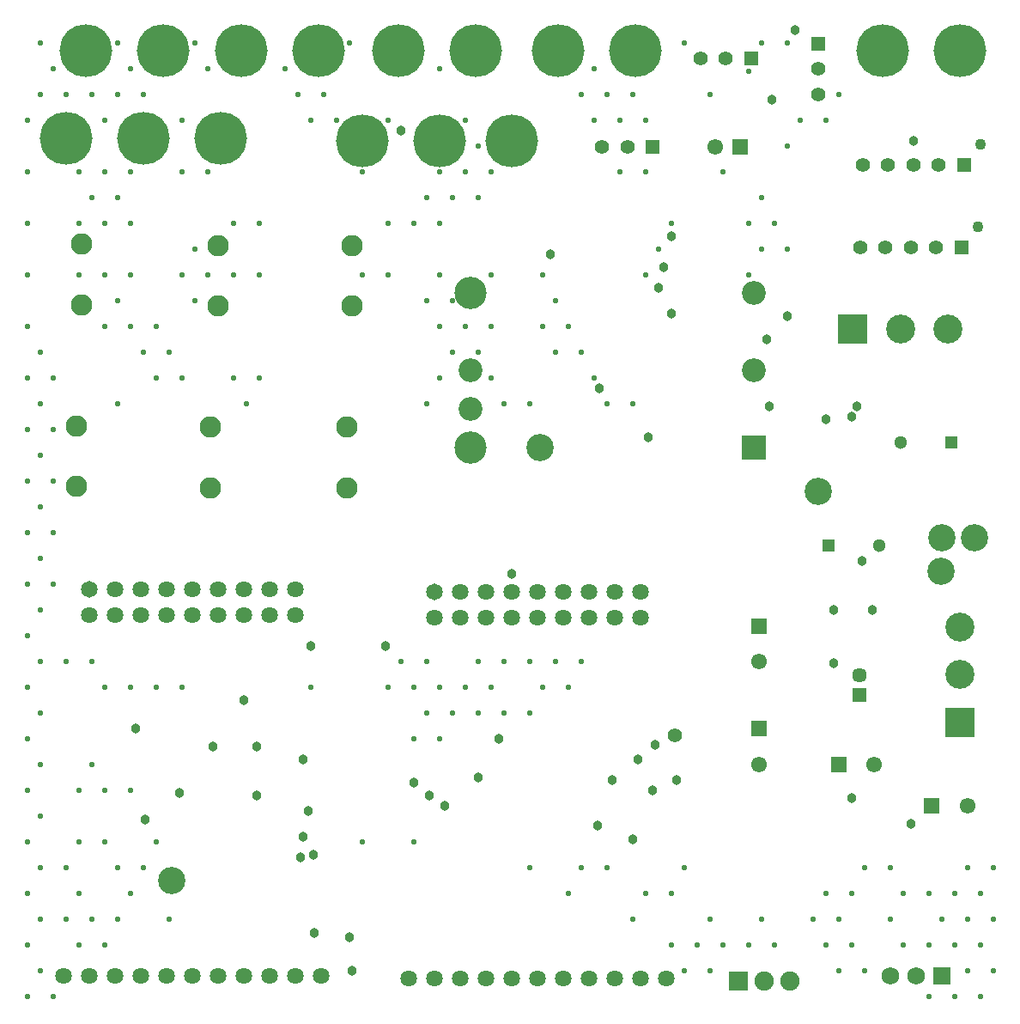
<source format=gbs>
G04*
G04 #@! TF.GenerationSoftware,Altium Limited,Altium Designer,22.10.1 (41)*
G04*
G04 Layer_Color=16711935*
%FSLAX44Y44*%
%MOMM*%
G71*
G04*
G04 #@! TF.SameCoordinates,96092411-4BE1-4E5F-83DD-11E1D8B77A3F*
G04*
G04*
G04 #@! TF.FilePolarity,Negative*
G04*
G01*
G75*
%ADD28R,1.5500X1.5500*%
%ADD29C,1.5500*%
%ADD30C,1.3000*%
%ADD31R,1.3000X1.3000*%
%ADD32R,1.4000X1.4000*%
%ADD33C,1.4000*%
%ADD34C,1.1000*%
%ADD35R,1.4000X1.4000*%
%ADD36R,1.5500X1.5500*%
%ADD37C,5.2070*%
%ADD38C,1.6270*%
%ADD39C,1.6510*%
%ADD40C,2.3550*%
%ADD41C,3.1800*%
%ADD42R,2.3550X2.3550*%
%ADD43C,2.8500*%
%ADD44R,2.8500X2.8500*%
%ADD45R,2.8500X2.8500*%
%ADD46C,0.1500*%
%ADD47C,2.1082*%
%ADD48R,1.7500X1.7500*%
%ADD49C,1.7500*%
%ADD50C,1.5500*%
%ADD51R,1.5500X1.5500*%
%ADD52C,1.4500*%
%ADD53R,1.4500X1.4500*%
%ADD54R,1.9050X1.9050*%
%ADD55C,1.9050*%
%ADD56C,0.9628*%
%ADD57C,0.5564*%
%ADD58C,2.6900*%
%ADD59C,1.4200*%
D28*
X917500Y213360D02*
D03*
X825780Y254000D02*
D03*
D29*
X952500Y213360D02*
D03*
X860780Y254000D02*
D03*
X746760Y254560D02*
D03*
Y355880D02*
D03*
D30*
X865740Y469900D02*
D03*
X886860Y571500D02*
D03*
D31*
X815740Y469900D02*
D03*
X936860Y571500D02*
D03*
D32*
X739140Y949960D02*
D03*
X949288Y845261D02*
D03*
X946620Y764370D02*
D03*
X642220Y863430D02*
D03*
D33*
X714140Y949960D02*
D03*
X689140D02*
D03*
X849288Y845261D02*
D03*
X874288D02*
D03*
X899288D02*
D03*
X924288D02*
D03*
X846620Y764370D02*
D03*
X871620D02*
D03*
X896620D02*
D03*
X921620D02*
D03*
X805350Y914800D02*
D03*
Y939800D02*
D03*
X592220Y863430D02*
D03*
X617220D02*
D03*
D34*
X965288Y865261D02*
D03*
X962620Y784370D02*
D03*
D35*
X805350Y964800D02*
D03*
D36*
X746760Y289560D02*
D03*
Y390880D02*
D03*
D37*
X355600Y868680D02*
D03*
X431800D02*
D03*
X502920D02*
D03*
X63500Y871220D02*
D03*
X139700D02*
D03*
X215900D02*
D03*
X868680Y957580D02*
D03*
X944880D02*
D03*
X83434D02*
D03*
X159634D02*
D03*
X312420D02*
D03*
X236220D02*
D03*
X391160D02*
D03*
X467360D02*
D03*
X624840D02*
D03*
X548640D02*
D03*
D38*
X629920Y398780D02*
D03*
Y424180D02*
D03*
X604520D02*
D03*
X579120Y398780D02*
D03*
X604520D02*
D03*
X452120Y43180D02*
D03*
X477520D02*
D03*
X502920D02*
D03*
X528320D02*
D03*
X553720D02*
D03*
X579120D02*
D03*
X604520D02*
D03*
X629920D02*
D03*
X426720D02*
D03*
X655320D02*
D03*
X401320D02*
D03*
X452120Y424180D02*
D03*
X477520D02*
D03*
X502920D02*
D03*
X528320D02*
D03*
X553720D02*
D03*
X579120D02*
D03*
X426720Y398780D02*
D03*
X452120D02*
D03*
X477520D02*
D03*
X502920D02*
D03*
X528320D02*
D03*
X553720D02*
D03*
X289560Y401320D02*
D03*
Y426720D02*
D03*
X264160D02*
D03*
X238760Y401320D02*
D03*
X264160D02*
D03*
X111760Y45720D02*
D03*
X137160D02*
D03*
X162560D02*
D03*
X187960D02*
D03*
X213360D02*
D03*
X238760D02*
D03*
X264160D02*
D03*
X289560D02*
D03*
X86360D02*
D03*
X314960D02*
D03*
X60960D02*
D03*
X111760Y426720D02*
D03*
X137160D02*
D03*
X162560D02*
D03*
X187960D02*
D03*
X213360D02*
D03*
X238760D02*
D03*
X86360Y401320D02*
D03*
X111760D02*
D03*
X137160D02*
D03*
X162560D02*
D03*
X187960D02*
D03*
X213360D02*
D03*
D39*
X426720Y424180D02*
D03*
X86360Y426720D02*
D03*
D40*
X462280Y604570D02*
D03*
Y642670D02*
D03*
X741680Y718870D02*
D03*
Y642670D02*
D03*
D41*
X462280Y566470D02*
D03*
Y718870D02*
D03*
D42*
X741680Y566470D02*
D03*
D43*
X933460Y683260D02*
D03*
X886460D02*
D03*
X944880Y389900D02*
D03*
Y342900D02*
D03*
D44*
X839460Y683260D02*
D03*
D45*
X944880Y295900D02*
D03*
D46*
X27940Y937260D02*
D03*
X972820Y647700D02*
D03*
X347980Y469900D02*
D03*
X911860Y149860D02*
D03*
D47*
X340360Y586740D02*
D03*
Y526796D02*
D03*
X205740Y586740D02*
D03*
Y526796D02*
D03*
X73660Y588264D02*
D03*
Y528320D02*
D03*
X345440Y766064D02*
D03*
Y706120D02*
D03*
X213360Y766064D02*
D03*
Y706120D02*
D03*
X78740Y767080D02*
D03*
Y707136D02*
D03*
D48*
X927100Y45720D02*
D03*
D49*
X901700D02*
D03*
X876300D02*
D03*
D50*
X703780Y863430D02*
D03*
D51*
X728780D02*
D03*
D52*
X845820Y342740D02*
D03*
D53*
Y322740D02*
D03*
D54*
X726440Y40640D02*
D03*
D55*
X751840D02*
D03*
X777240D02*
D03*
D56*
X843280Y607060D02*
D03*
X812800Y594360D02*
D03*
X756920Y607060D02*
D03*
X660400Y698500D02*
D03*
X774700Y695960D02*
D03*
X652780Y744220D02*
D03*
X782320Y977900D02*
D03*
X899288Y868551D02*
D03*
X759460Y909320D02*
D03*
X490220Y279654D02*
D03*
X436880Y213360D02*
D03*
X647700Y723900D02*
D03*
X848360Y454660D02*
D03*
X838200Y596900D02*
D03*
X754380Y673100D02*
D03*
X589280Y624840D02*
D03*
X820420Y406400D02*
D03*
X858520D02*
D03*
X541020Y756920D02*
D03*
X502920Y441960D02*
D03*
X238760Y317500D02*
D03*
X208280Y271780D02*
D03*
X175260Y226060D02*
D03*
X342900Y83820D02*
D03*
X307340Y165100D02*
D03*
X142000Y200420D02*
D03*
X406400Y236220D02*
D03*
X132200Y289560D02*
D03*
X644488Y273494D02*
D03*
X641821Y228751D02*
D03*
X627380Y259080D02*
D03*
X622300Y180340D02*
D03*
X601980Y238760D02*
D03*
X588010Y194310D02*
D03*
X637540Y576580D02*
D03*
X820420Y353926D02*
D03*
X665480Y238760D02*
D03*
X896620Y195580D02*
D03*
X421640Y223520D02*
D03*
X251460D02*
D03*
Y271780D02*
D03*
X294640Y162560D02*
D03*
X308196Y88044D02*
D03*
X345440Y50800D02*
D03*
X660400Y774700D02*
D03*
X838200Y220980D02*
D03*
X393700Y878840D02*
D03*
X304800Y370840D02*
D03*
X378460D02*
D03*
X302260Y208280D02*
D03*
X469900Y241300D02*
D03*
X297180Y259080D02*
D03*
Y182880D02*
D03*
D57*
X736600Y937260D02*
D03*
X977900Y152400D02*
D03*
X965200Y127000D02*
D03*
X977900Y101600D02*
D03*
X965200Y76200D02*
D03*
X977900Y50800D02*
D03*
X965200Y25400D02*
D03*
X952500Y152400D02*
D03*
X939800Y127000D02*
D03*
X952500Y101600D02*
D03*
X939800Y76200D02*
D03*
X952500Y50800D02*
D03*
X939800Y25400D02*
D03*
X914400Y127000D02*
D03*
X927100Y101600D02*
D03*
X914400Y76200D02*
D03*
Y25400D02*
D03*
X889000Y127000D02*
D03*
Y76200D02*
D03*
X876300Y152400D02*
D03*
Y101600D02*
D03*
X850900Y152400D02*
D03*
X838200Y127000D02*
D03*
Y76200D02*
D03*
X850900Y50800D02*
D03*
X825500Y914400D02*
D03*
X812800Y889000D02*
D03*
Y127000D02*
D03*
X825500Y101600D02*
D03*
X812800Y76200D02*
D03*
X825500Y50800D02*
D03*
X787400Y889000D02*
D03*
X800100Y101600D02*
D03*
X774700Y965200D02*
D03*
Y863600D02*
D03*
X762000Y787400D02*
D03*
X774700Y762000D02*
D03*
X762000Y76200D02*
D03*
X749300Y965200D02*
D03*
Y812800D02*
D03*
X736600Y787400D02*
D03*
X749300Y762000D02*
D03*
X736600Y736600D02*
D03*
X749300Y101600D02*
D03*
X736600Y76200D02*
D03*
X711200Y838200D02*
D03*
Y76200D02*
D03*
X698500Y914400D02*
D03*
Y101600D02*
D03*
X685800Y76200D02*
D03*
X698500Y50800D02*
D03*
X673100Y965200D02*
D03*
X660400Y787400D02*
D03*
X673100Y152400D02*
D03*
X660400Y127000D02*
D03*
Y76200D02*
D03*
X673100Y50800D02*
D03*
X635000Y889000D02*
D03*
Y838200D02*
D03*
X647700Y762000D02*
D03*
X635000Y736600D02*
D03*
Y127000D02*
D03*
X622300Y914400D02*
D03*
X609600Y889000D02*
D03*
Y838200D02*
D03*
X622300Y609600D02*
D03*
Y101600D02*
D03*
X584200Y939800D02*
D03*
X596900Y914400D02*
D03*
X584200Y889000D02*
D03*
Y635000D02*
D03*
X596900Y609600D02*
D03*
Y152400D02*
D03*
X571500Y914400D02*
D03*
X558800Y685800D02*
D03*
X571500Y660400D02*
D03*
Y355600D02*
D03*
X558800Y330200D02*
D03*
X571500Y152400D02*
D03*
X558800Y127000D02*
D03*
X533400Y736600D02*
D03*
X546100Y711200D02*
D03*
X533400Y685800D02*
D03*
X546100Y660400D02*
D03*
Y355600D02*
D03*
X533400Y330200D02*
D03*
X520700Y609600D02*
D03*
Y355600D02*
D03*
Y304800D02*
D03*
Y152400D02*
D03*
X482600Y838200D02*
D03*
Y736600D02*
D03*
Y685800D02*
D03*
Y635000D02*
D03*
X495300Y609600D02*
D03*
Y355600D02*
D03*
X482600Y330200D02*
D03*
X495300Y304800D02*
D03*
X457200Y889000D02*
D03*
X469900Y863600D02*
D03*
X457200Y838200D02*
D03*
X469900Y812800D02*
D03*
X457200Y685800D02*
D03*
X469900Y660400D02*
D03*
Y355600D02*
D03*
X457200Y330200D02*
D03*
X469900Y304800D02*
D03*
X431800Y939800D02*
D03*
Y838200D02*
D03*
X444500Y812800D02*
D03*
X431800Y787400D02*
D03*
Y736600D02*
D03*
X444500Y711200D02*
D03*
X431800Y685800D02*
D03*
X444500Y660400D02*
D03*
X431800Y635000D02*
D03*
Y330200D02*
D03*
X444500Y304800D02*
D03*
X431800Y279400D02*
D03*
X419100Y812800D02*
D03*
X406400Y787400D02*
D03*
X419100Y711200D02*
D03*
Y609600D02*
D03*
Y355600D02*
D03*
X406400Y330200D02*
D03*
X419100Y304800D02*
D03*
X406400Y279400D02*
D03*
Y177800D02*
D03*
X381000Y889000D02*
D03*
Y787400D02*
D03*
Y736600D02*
D03*
X393700Y355600D02*
D03*
X381000Y330200D02*
D03*
X355600Y838200D02*
D03*
Y736600D02*
D03*
Y177800D02*
D03*
X342900Y965200D02*
D03*
X330200Y889000D02*
D03*
X317500Y914400D02*
D03*
X304800Y889000D02*
D03*
Y330200D02*
D03*
X279400Y939800D02*
D03*
X292100Y914400D02*
D03*
X254000Y787400D02*
D03*
Y736600D02*
D03*
Y635000D02*
D03*
X228600Y787400D02*
D03*
Y736600D02*
D03*
Y635000D02*
D03*
X241300Y609600D02*
D03*
X203200Y939800D02*
D03*
Y838200D02*
D03*
Y736600D02*
D03*
X190500Y965200D02*
D03*
X177800Y889000D02*
D03*
Y838200D02*
D03*
X190500Y762000D02*
D03*
X177800Y736600D02*
D03*
X190500Y711200D02*
D03*
X177800Y635000D02*
D03*
Y330200D02*
D03*
X152400Y685800D02*
D03*
X165100Y660400D02*
D03*
X152400Y635000D02*
D03*
Y330200D02*
D03*
Y177800D02*
D03*
X165100Y101600D02*
D03*
X127000Y939800D02*
D03*
X139700Y914400D02*
D03*
X127000Y838200D02*
D03*
Y787400D02*
D03*
Y736600D02*
D03*
Y685800D02*
D03*
X139700Y660400D02*
D03*
X127000Y330200D02*
D03*
Y228600D02*
D03*
X139700Y152400D02*
D03*
X127000Y127000D02*
D03*
X114300Y965200D02*
D03*
Y914400D02*
D03*
X101600Y889000D02*
D03*
Y838200D02*
D03*
X114300Y812800D02*
D03*
X101600Y787400D02*
D03*
Y736600D02*
D03*
X114300Y711200D02*
D03*
X101600Y685800D02*
D03*
X114300Y609600D02*
D03*
X101600Y330200D02*
D03*
Y228600D02*
D03*
Y177800D02*
D03*
X114300Y152400D02*
D03*
Y101600D02*
D03*
X101600Y76200D02*
D03*
X88900Y914400D02*
D03*
X76200Y838200D02*
D03*
X88900Y812800D02*
D03*
X76200Y787400D02*
D03*
Y736600D02*
D03*
X88900Y355600D02*
D03*
Y254000D02*
D03*
X76200Y228600D02*
D03*
Y177800D02*
D03*
Y127000D02*
D03*
X88900Y101600D02*
D03*
X76200Y76200D02*
D03*
X50800Y939800D02*
D03*
X63500Y914400D02*
D03*
X50800Y635000D02*
D03*
Y584200D02*
D03*
Y533400D02*
D03*
Y482600D02*
D03*
Y431800D02*
D03*
X63500Y355600D02*
D03*
Y152400D02*
D03*
Y101600D02*
D03*
X50800Y25400D02*
D03*
X38100Y965200D02*
D03*
Y914400D02*
D03*
X25400Y889000D02*
D03*
Y838200D02*
D03*
Y787400D02*
D03*
Y736600D02*
D03*
Y685800D02*
D03*
X38100Y660400D02*
D03*
X25400Y635000D02*
D03*
X38100Y609600D02*
D03*
X25400Y584200D02*
D03*
X38100Y558800D02*
D03*
X25400Y533400D02*
D03*
X38100Y508000D02*
D03*
X25400Y482600D02*
D03*
X38100Y457200D02*
D03*
X25400Y431800D02*
D03*
X38100Y406400D02*
D03*
X25400Y381000D02*
D03*
X38100Y355600D02*
D03*
X25400Y330200D02*
D03*
X38100Y304800D02*
D03*
X25400Y279400D02*
D03*
X38100Y254000D02*
D03*
X25400Y228600D02*
D03*
X38100Y203200D02*
D03*
X25400Y177800D02*
D03*
X38100Y152400D02*
D03*
X25400Y127000D02*
D03*
X38100Y101600D02*
D03*
X25400Y76200D02*
D03*
X38100Y50800D02*
D03*
X25400Y25400D02*
D03*
D58*
X959974Y478164D02*
D03*
X927100Y477520D02*
D03*
X926954Y445144D02*
D03*
X805180Y523240D02*
D03*
X530860Y566420D02*
D03*
X167640Y139700D02*
D03*
D59*
X664369Y283223D02*
D03*
M02*

</source>
